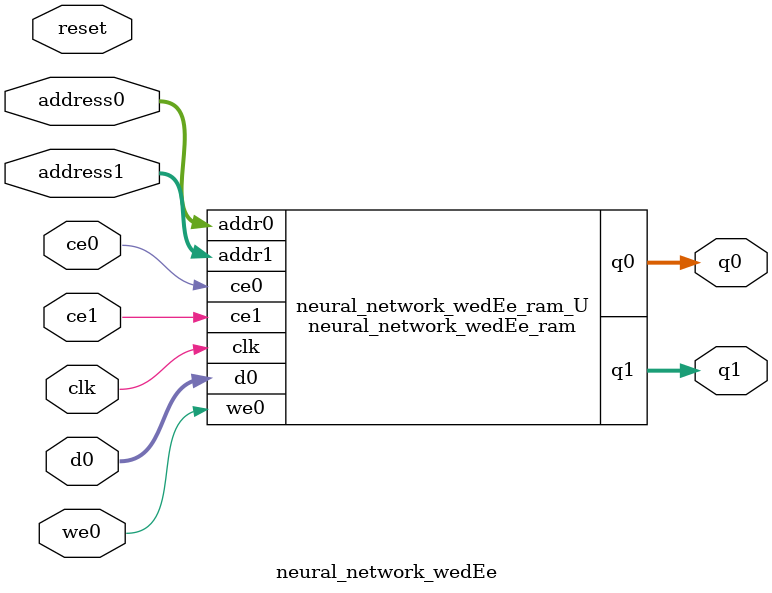
<source format=v>

`timescale 1 ns / 1 ps
module neural_network_wedEe_ram (addr0, ce0, d0, we0, q0, addr1, ce1, q1,  clk);

parameter DWIDTH = 16;
parameter AWIDTH = 5;
parameter MEM_SIZE = 32;

input[AWIDTH-1:0] addr0;
input ce0;
input[DWIDTH-1:0] d0;
input we0;
output reg[DWIDTH-1:0] q0;
input[AWIDTH-1:0] addr1;
input ce1;
output reg[DWIDTH-1:0] q1;
input clk;

(* ram_style = "distributed" *)reg [DWIDTH-1:0] ram[0:MEM_SIZE-1];




always @(posedge clk)  
begin 
    if (ce0) 
    begin
        if (we0) 
        begin 
            ram[addr0] <= d0; 
            q0 <= d0;
        end 
        else 
            q0 <= ram[addr0];
    end
end


always @(posedge clk)  
begin 
    if (ce1) 
    begin
            q1 <= ram[addr1];
    end
end


endmodule


`timescale 1 ns / 1 ps
module neural_network_wedEe(
    reset,
    clk,
    address0,
    ce0,
    we0,
    d0,
    q0,
    address1,
    ce1,
    q1);

parameter DataWidth = 32'd16;
parameter AddressRange = 32'd32;
parameter AddressWidth = 32'd5;
input reset;
input clk;
input[AddressWidth - 1:0] address0;
input ce0;
input we0;
input[DataWidth - 1:0] d0;
output[DataWidth - 1:0] q0;
input[AddressWidth - 1:0] address1;
input ce1;
output[DataWidth - 1:0] q1;



neural_network_wedEe_ram neural_network_wedEe_ram_U(
    .clk( clk ),
    .addr0( address0 ),
    .ce0( ce0 ),
    .d0( d0 ),
    .we0( we0 ),
    .q0( q0 ),
    .addr1( address1 ),
    .ce1( ce1 ),
    .q1( q1 ));

endmodule


</source>
